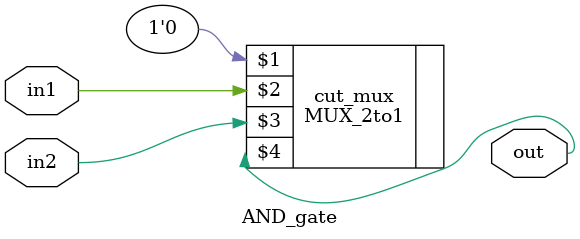
<source format=v>
`timescale 1ns/1ns

module AND_gate(output out , input in1 , in2);
  
  MUX_2to1 cut_mux(1'b0 , in1 , in2 , out);
  
endmodule

</source>
